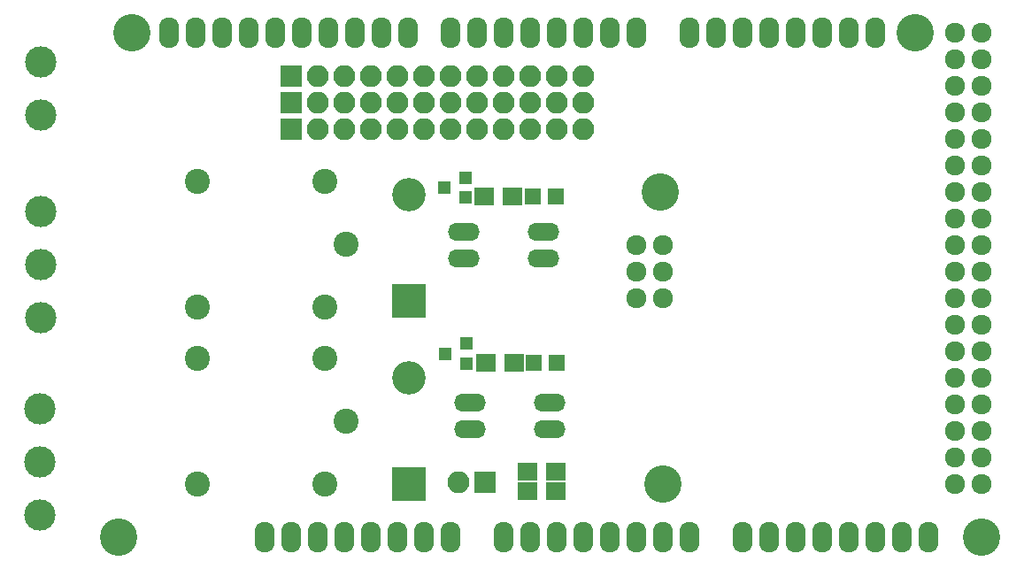
<source format=gbr>
G04 #@! TF.FileFunction,Soldermask,Top*
%FSLAX46Y46*%
G04 Gerber Fmt 4.6, Leading zero omitted, Abs format (unit mm)*
G04 Created by KiCad (PCBNEW 4.0.4-stable) date 04/20/17 14:33:44*
%MOMM*%
%LPD*%
G01*
G04 APERTURE LIST*
%ADD10C,0.100000*%
%ADD11R,1.600000X1.600000*%
%ADD12R,3.200000X3.200000*%
%ADD13O,3.200000X3.200000*%
%ADD14R,2.100000X2.100000*%
%ADD15O,2.100000X2.100000*%
%ADD16R,1.300000X1.200000*%
%ADD17R,1.900000X1.700000*%
%ADD18C,2.400000*%
%ADD19O,1.924000X2.940000*%
%ADD20C,3.575000*%
%ADD21C,1.924000*%
%ADD22O,3.041600X1.720800*%
%ADD23C,3.000000*%
G04 APERTURE END LIST*
D10*
D11*
X203540000Y-85330000D03*
X201340000Y-85330000D03*
X203390000Y-69410000D03*
X201190000Y-69410000D03*
D12*
X189380000Y-96870000D03*
D13*
X189380000Y-86710000D03*
D12*
X189380000Y-79340000D03*
D13*
X189380000Y-69180000D03*
D14*
X178070000Y-60390000D03*
D15*
X180610000Y-60390000D03*
X183150000Y-60390000D03*
X185690000Y-60390000D03*
X188230000Y-60390000D03*
X190770000Y-60390000D03*
X193310000Y-60390000D03*
X195850000Y-60390000D03*
X198390000Y-60390000D03*
X200930000Y-60390000D03*
X203470000Y-60390000D03*
X206010000Y-60390000D03*
D14*
X178070000Y-62930000D03*
D15*
X180610000Y-62930000D03*
X183150000Y-62930000D03*
X185690000Y-62930000D03*
X188230000Y-62930000D03*
X190770000Y-62930000D03*
X193310000Y-62930000D03*
X195850000Y-62930000D03*
X198390000Y-62930000D03*
X200930000Y-62930000D03*
X203470000Y-62930000D03*
X206010000Y-62930000D03*
D14*
X196650000Y-96730000D03*
D15*
X194110000Y-96730000D03*
D14*
X178070000Y-57870000D03*
D15*
X180610000Y-57870000D03*
X183150000Y-57870000D03*
X185690000Y-57870000D03*
X188230000Y-57870000D03*
X190770000Y-57870000D03*
X193310000Y-57870000D03*
X195850000Y-57870000D03*
X198390000Y-57870000D03*
X200930000Y-57870000D03*
X203470000Y-57870000D03*
X206010000Y-57870000D03*
D16*
X194840000Y-85370000D03*
X194840000Y-83470000D03*
X192840000Y-84420000D03*
X194800000Y-69470000D03*
X194800000Y-67570000D03*
X192800000Y-68520000D03*
D17*
X203402109Y-95746741D03*
X200702109Y-95746741D03*
X203402109Y-97606741D03*
X200702109Y-97606741D03*
X196710000Y-85280000D03*
X199410000Y-85280000D03*
X196560000Y-69360000D03*
X199260000Y-69360000D03*
D18*
X183320000Y-90880000D03*
X181320000Y-96880000D03*
X181320000Y-84880000D03*
X169120000Y-96880000D03*
X169120000Y-84880000D03*
X183340000Y-73950000D03*
X181340000Y-79950000D03*
X181340000Y-67950000D03*
X169140000Y-79950000D03*
X169140000Y-67950000D03*
D19*
X216210000Y-53680000D03*
X218750000Y-53680000D03*
X221290000Y-53680000D03*
X223830000Y-53680000D03*
X226370000Y-53680000D03*
X228910000Y-53680000D03*
X231450000Y-53680000D03*
X233990000Y-53680000D03*
X239070000Y-101940000D03*
X236530000Y-101940000D03*
X233990000Y-101940000D03*
X231450000Y-101940000D03*
X221290000Y-101940000D03*
X216210000Y-101940000D03*
X213670000Y-101940000D03*
X223830000Y-101940000D03*
X226370000Y-101940000D03*
X228910000Y-101940000D03*
X211130000Y-101940000D03*
X208590000Y-101940000D03*
X206050000Y-101940000D03*
X198430000Y-101940000D03*
X200970000Y-101940000D03*
X203510000Y-101940000D03*
X193350000Y-101940000D03*
X190810000Y-101940000D03*
X188270000Y-101940000D03*
X183190000Y-101940000D03*
X180650000Y-101940000D03*
X211130000Y-53680000D03*
X208590000Y-53680000D03*
X206050000Y-53680000D03*
X203510000Y-53680000D03*
X200970000Y-53680000D03*
X198430000Y-53680000D03*
X195890000Y-53680000D03*
X193350000Y-53680000D03*
X189286000Y-53680000D03*
X186746000Y-53680000D03*
X184206000Y-53680000D03*
X181666000Y-53680000D03*
X179126000Y-53680000D03*
X176586000Y-53680000D03*
X174046000Y-53680000D03*
X171506000Y-53680000D03*
X185730000Y-101940000D03*
D20*
X244150000Y-101940000D03*
X237800000Y-53680000D03*
X162870000Y-53680000D03*
X161600000Y-101940000D03*
D21*
X241610000Y-56220000D03*
X244150000Y-56220000D03*
X241610000Y-58760000D03*
X244150000Y-58760000D03*
X241610000Y-61300000D03*
X244150000Y-61300000D03*
X241610000Y-63840000D03*
X244150000Y-63840000D03*
X241610000Y-53680000D03*
X244150000Y-53680000D03*
X244150000Y-66380000D03*
X241610000Y-66380000D03*
X241610000Y-68920000D03*
X244150000Y-68920000D03*
X241610000Y-71460000D03*
X244150000Y-71460000D03*
X241610000Y-74000000D03*
X244150000Y-74000000D03*
X241610000Y-76540000D03*
X244150000Y-76540000D03*
X241610000Y-79080000D03*
X244150000Y-79080000D03*
X241610000Y-81620000D03*
X244150000Y-81620000D03*
X241610000Y-84160000D03*
X244150000Y-84160000D03*
X241610000Y-86700000D03*
X244150000Y-86700000D03*
X241610000Y-89240000D03*
X244150000Y-89240000D03*
X241610000Y-91780000D03*
X244150000Y-91780000D03*
X241610000Y-94320000D03*
X244150000Y-94320000D03*
X241610000Y-96860000D03*
X244150000Y-96860000D03*
X211130000Y-74000000D03*
X213670000Y-74000000D03*
X211130000Y-76540000D03*
X213670000Y-76540000D03*
X211130000Y-79080000D03*
X213670000Y-79080000D03*
D20*
X213416000Y-68920000D03*
X213670000Y-96860000D03*
D19*
X178110000Y-101940000D03*
X175570000Y-101940000D03*
X168966000Y-53680000D03*
X166426000Y-53680000D03*
D22*
X202840000Y-91670000D03*
X202840000Y-89130000D03*
X195220000Y-89130000D03*
X195220000Y-91670000D03*
X202200000Y-75310000D03*
X202200000Y-72770000D03*
X194580000Y-72770000D03*
X194580000Y-75310000D03*
D23*
X154130000Y-75920000D03*
X154130000Y-70840000D03*
X154130000Y-81000000D03*
X154090000Y-94810000D03*
X154090000Y-89730000D03*
X154090000Y-99890000D03*
X154180000Y-56510000D03*
X154180000Y-61590000D03*
M02*

</source>
